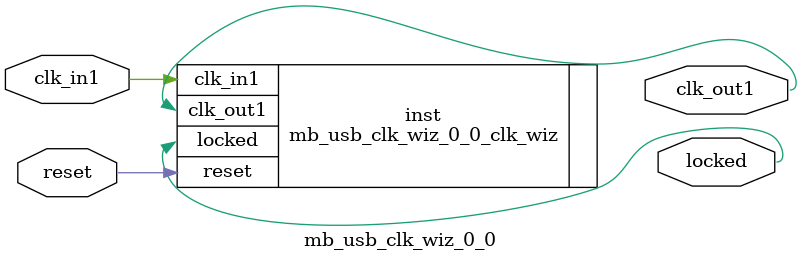
<source format=v>


`timescale 1ps/1ps

(* CORE_GENERATION_INFO = "mb_usb_clk_wiz_0_0,clk_wiz_v6_0_11_0_0,{component_name=mb_usb_clk_wiz_0_0,use_phase_alignment=true,use_min_o_jitter=false,use_max_i_jitter=false,use_dyn_phase_shift=false,use_inclk_switchover=false,use_dyn_reconfig=false,enable_axi=0,feedback_source=FDBK_AUTO,PRIMITIVE=MMCM,num_out_clk=1,clkin1_period=10.000,clkin2_period=10.000,use_power_down=false,use_reset=true,use_locked=true,use_inclk_stopped=false,feedback_type=SINGLE,CLOCK_MGR_TYPE=NA,manual_override=false}" *)

module mb_usb_clk_wiz_0_0 
 (
  // Clock out ports
  output        clk_out1,
  // Status and control signals
  input         reset,
  output        locked,
 // Clock in ports
  input         clk_in1
 );

  mb_usb_clk_wiz_0_0_clk_wiz inst
  (
  // Clock out ports  
  .clk_out1(clk_out1),
  // Status and control signals               
  .reset(reset), 
  .locked(locked),
 // Clock in ports
  .clk_in1(clk_in1)
  );

endmodule

</source>
